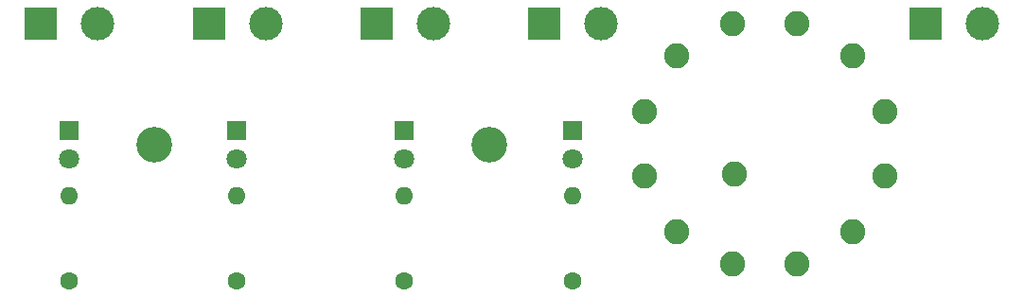
<source format=gbs>
%TF.GenerationSoftware,KiCad,Pcbnew,9.0.0+dfsg-1*%
%TF.CreationDate,2025-03-17T15:53:04+01:00*%
%TF.ProjectId,control-matrix-4,636f6e74-726f-46c2-9d6d-61747269782d,1.0*%
%TF.SameCoordinates,Original*%
%TF.FileFunction,Soldermask,Bot*%
%TF.FilePolarity,Negative*%
%FSLAX46Y46*%
G04 Gerber Fmt 4.6, Leading zero omitted, Abs format (unit mm)*
G04 Created by KiCad (PCBNEW 9.0.0+dfsg-1) date 2025-03-17 15:53:04*
%MOMM*%
%LPD*%
G01*
G04 APERTURE LIST*
%ADD10R,1.800000X1.800000*%
%ADD11C,1.800000*%
%ADD12C,2.250000*%
%ADD13C,1.600000*%
%ADD14O,1.600000X1.600000*%
%ADD15C,3.200000*%
%ADD16R,3.000000X3.000000*%
%ADD17C,3.000000*%
G04 APERTURE END LIST*
D10*
%TO.C,D3*%
X95400000Y-93730000D03*
D11*
X95400000Y-96270000D03*
%TD*%
D12*
%TO.C,SW1*%
X124754220Y-105600000D03*
X119778230Y-102727110D03*
X116905330Y-97751110D03*
X116905330Y-92005330D03*
X119778230Y-87029340D03*
X124754220Y-84156450D03*
X130500000Y-84156450D03*
X135476000Y-87029340D03*
X138348890Y-92005329D03*
X138348890Y-97751110D03*
X135476000Y-102727110D03*
X130500000Y-105600000D03*
X124904750Y-97600580D03*
%TD*%
D13*
%TO.C,R2*%
X80400000Y-107170000D03*
D14*
X80400000Y-99550000D03*
%TD*%
D10*
%TO.C,D2*%
X80400000Y-93730000D03*
D11*
X80400000Y-96270000D03*
%TD*%
D15*
%TO.C,H2*%
X103000000Y-95000000D03*
%TD*%
D10*
%TO.C,D4*%
X110400000Y-93730000D03*
D11*
X110400000Y-96270000D03*
%TD*%
D13*
%TO.C,R4*%
X110400000Y-107170000D03*
D14*
X110400000Y-99550000D03*
%TD*%
D15*
%TO.C,H1*%
X73000000Y-95000000D03*
%TD*%
D13*
%TO.C,R1*%
X65400000Y-107170000D03*
D14*
X65400000Y-99550000D03*
%TD*%
D10*
%TO.C,D1*%
X65400000Y-93730000D03*
D11*
X65400000Y-96270000D03*
%TD*%
D13*
%TO.C,R3*%
X95400000Y-107170000D03*
D14*
X95400000Y-99550000D03*
%TD*%
D16*
%TO.C,J1*%
X62900000Y-84170000D03*
D17*
X67980000Y-84170000D03*
%TD*%
D16*
%TO.C,J2*%
X77900000Y-84170000D03*
D17*
X82980000Y-84170000D03*
%TD*%
D16*
%TO.C,J3*%
X92900000Y-84170000D03*
D17*
X97980000Y-84170000D03*
%TD*%
D16*
%TO.C,J4*%
X107900000Y-84170000D03*
D17*
X112980000Y-84170000D03*
%TD*%
D16*
%TO.C,J9*%
X142060000Y-84100000D03*
D17*
X147140000Y-84100000D03*
%TD*%
M02*

</source>
